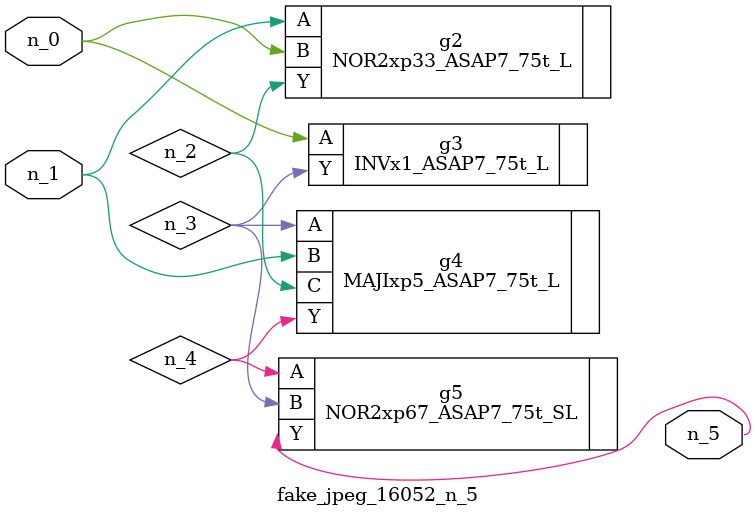
<source format=v>
module fake_jpeg_16052_n_5 (n_0, n_1, n_5);

input n_0;
input n_1;

output n_5;

wire n_2;
wire n_3;
wire n_4;

NOR2xp33_ASAP7_75t_L g2 ( 
.A(n_1),
.B(n_0),
.Y(n_2)
);

INVx1_ASAP7_75t_L g3 ( 
.A(n_0),
.Y(n_3)
);

MAJIxp5_ASAP7_75t_L g4 ( 
.A(n_3),
.B(n_1),
.C(n_2),
.Y(n_4)
);

NOR2xp67_ASAP7_75t_SL g5 ( 
.A(n_4),
.B(n_3),
.Y(n_5)
);


endmodule
</source>
